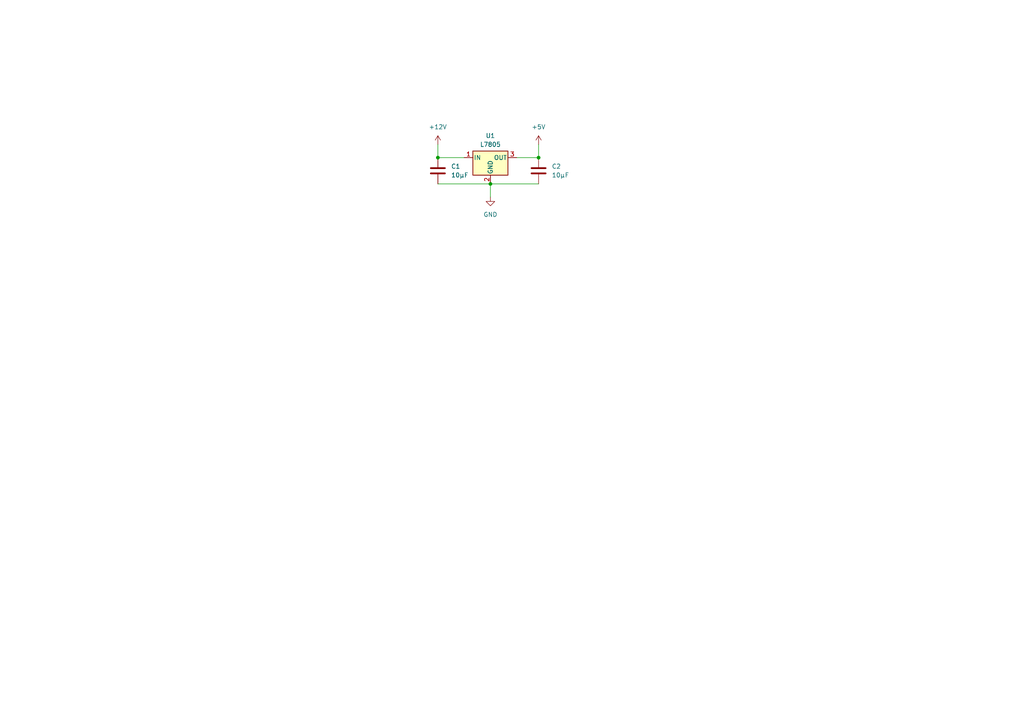
<source format=kicad_sch>
(kicad_sch (version 20230121) (generator eeschema)

  (uuid df567616-11af-4f59-b682-1d90db49b208)

  (paper "A4")

  (lib_symbols
    (symbol "Device:C" (pin_numbers hide) (pin_names (offset 0.254)) (in_bom yes) (on_board yes)
      (property "Reference" "C" (at 0.635 2.54 0)
        (effects (font (size 1.27 1.27)) (justify left))
      )
      (property "Value" "C" (at 0.635 -2.54 0)
        (effects (font (size 1.27 1.27)) (justify left))
      )
      (property "Footprint" "" (at 0.9652 -3.81 0)
        (effects (font (size 1.27 1.27)) hide)
      )
      (property "Datasheet" "~" (at 0 0 0)
        (effects (font (size 1.27 1.27)) hide)
      )
      (property "ki_keywords" "cap capacitor" (at 0 0 0)
        (effects (font (size 1.27 1.27)) hide)
      )
      (property "ki_description" "Unpolarized capacitor" (at 0 0 0)
        (effects (font (size 1.27 1.27)) hide)
      )
      (property "ki_fp_filters" "C_*" (at 0 0 0)
        (effects (font (size 1.27 1.27)) hide)
      )
      (symbol "C_0_1"
        (polyline
          (pts
            (xy -2.032 -0.762)
            (xy 2.032 -0.762)
          )
          (stroke (width 0.508) (type default))
          (fill (type none))
        )
        (polyline
          (pts
            (xy -2.032 0.762)
            (xy 2.032 0.762)
          )
          (stroke (width 0.508) (type default))
          (fill (type none))
        )
      )
      (symbol "C_1_1"
        (pin passive line (at 0 3.81 270) (length 2.794)
          (name "~" (effects (font (size 1.27 1.27))))
          (number "1" (effects (font (size 1.27 1.27))))
        )
        (pin passive line (at 0 -3.81 90) (length 2.794)
          (name "~" (effects (font (size 1.27 1.27))))
          (number "2" (effects (font (size 1.27 1.27))))
        )
      )
    )
    (symbol "Regulator_Linear:L7805" (pin_names (offset 0.254)) (in_bom yes) (on_board yes)
      (property "Reference" "U" (at -3.81 3.175 0)
        (effects (font (size 1.27 1.27)))
      )
      (property "Value" "L7805" (at 0 3.175 0)
        (effects (font (size 1.27 1.27)) (justify left))
      )
      (property "Footprint" "" (at 0.635 -3.81 0)
        (effects (font (size 1.27 1.27) italic) (justify left) hide)
      )
      (property "Datasheet" "http://www.st.com/content/ccc/resource/technical/document/datasheet/41/4f/b3/b0/12/d4/47/88/CD00000444.pdf/files/CD00000444.pdf/jcr:content/translations/en.CD00000444.pdf" (at 0 -1.27 0)
        (effects (font (size 1.27 1.27)) hide)
      )
      (property "ki_keywords" "Voltage Regulator 1.5A Positive" (at 0 0 0)
        (effects (font (size 1.27 1.27)) hide)
      )
      (property "ki_description" "Positive 1.5A 35V Linear Regulator, Fixed Output 5V, TO-220/TO-263/TO-252" (at 0 0 0)
        (effects (font (size 1.27 1.27)) hide)
      )
      (property "ki_fp_filters" "TO?252* TO?263* TO?220*" (at 0 0 0)
        (effects (font (size 1.27 1.27)) hide)
      )
      (symbol "L7805_0_1"
        (rectangle (start -5.08 1.905) (end 5.08 -5.08)
          (stroke (width 0.254) (type default))
          (fill (type background))
        )
      )
      (symbol "L7805_1_1"
        (pin power_in line (at -7.62 0 0) (length 2.54)
          (name "IN" (effects (font (size 1.27 1.27))))
          (number "1" (effects (font (size 1.27 1.27))))
        )
        (pin power_in line (at 0 -7.62 90) (length 2.54)
          (name "GND" (effects (font (size 1.27 1.27))))
          (number "2" (effects (font (size 1.27 1.27))))
        )
        (pin power_out line (at 7.62 0 180) (length 2.54)
          (name "OUT" (effects (font (size 1.27 1.27))))
          (number "3" (effects (font (size 1.27 1.27))))
        )
      )
    )
    (symbol "power:+12V" (power) (pin_names (offset 0)) (in_bom yes) (on_board yes)
      (property "Reference" "#PWR" (at 0 -3.81 0)
        (effects (font (size 1.27 1.27)) hide)
      )
      (property "Value" "+12V" (at 0 3.556 0)
        (effects (font (size 1.27 1.27)))
      )
      (property "Footprint" "" (at 0 0 0)
        (effects (font (size 1.27 1.27)) hide)
      )
      (property "Datasheet" "" (at 0 0 0)
        (effects (font (size 1.27 1.27)) hide)
      )
      (property "ki_keywords" "global power" (at 0 0 0)
        (effects (font (size 1.27 1.27)) hide)
      )
      (property "ki_description" "Power symbol creates a global label with name \"+12V\"" (at 0 0 0)
        (effects (font (size 1.27 1.27)) hide)
      )
      (symbol "+12V_0_1"
        (polyline
          (pts
            (xy -0.762 1.27)
            (xy 0 2.54)
          )
          (stroke (width 0) (type default))
          (fill (type none))
        )
        (polyline
          (pts
            (xy 0 0)
            (xy 0 2.54)
          )
          (stroke (width 0) (type default))
          (fill (type none))
        )
        (polyline
          (pts
            (xy 0 2.54)
            (xy 0.762 1.27)
          )
          (stroke (width 0) (type default))
          (fill (type none))
        )
      )
      (symbol "+12V_1_1"
        (pin power_in line (at 0 0 90) (length 0) hide
          (name "+12V" (effects (font (size 1.27 1.27))))
          (number "1" (effects (font (size 1.27 1.27))))
        )
      )
    )
    (symbol "power:+5V" (power) (pin_names (offset 0)) (in_bom yes) (on_board yes)
      (property "Reference" "#PWR" (at 0 -3.81 0)
        (effects (font (size 1.27 1.27)) hide)
      )
      (property "Value" "+5V" (at 0 3.556 0)
        (effects (font (size 1.27 1.27)))
      )
      (property "Footprint" "" (at 0 0 0)
        (effects (font (size 1.27 1.27)) hide)
      )
      (property "Datasheet" "" (at 0 0 0)
        (effects (font (size 1.27 1.27)) hide)
      )
      (property "ki_keywords" "global power" (at 0 0 0)
        (effects (font (size 1.27 1.27)) hide)
      )
      (property "ki_description" "Power symbol creates a global label with name \"+5V\"" (at 0 0 0)
        (effects (font (size 1.27 1.27)) hide)
      )
      (symbol "+5V_0_1"
        (polyline
          (pts
            (xy -0.762 1.27)
            (xy 0 2.54)
          )
          (stroke (width 0) (type default))
          (fill (type none))
        )
        (polyline
          (pts
            (xy 0 0)
            (xy 0 2.54)
          )
          (stroke (width 0) (type default))
          (fill (type none))
        )
        (polyline
          (pts
            (xy 0 2.54)
            (xy 0.762 1.27)
          )
          (stroke (width 0) (type default))
          (fill (type none))
        )
      )
      (symbol "+5V_1_1"
        (pin power_in line (at 0 0 90) (length 0) hide
          (name "+5V" (effects (font (size 1.27 1.27))))
          (number "1" (effects (font (size 1.27 1.27))))
        )
      )
    )
    (symbol "power:GND" (power) (pin_names (offset 0)) (in_bom yes) (on_board yes)
      (property "Reference" "#PWR" (at 0 -6.35 0)
        (effects (font (size 1.27 1.27)) hide)
      )
      (property "Value" "GND" (at 0 -3.81 0)
        (effects (font (size 1.27 1.27)))
      )
      (property "Footprint" "" (at 0 0 0)
        (effects (font (size 1.27 1.27)) hide)
      )
      (property "Datasheet" "" (at 0 0 0)
        (effects (font (size 1.27 1.27)) hide)
      )
      (property "ki_keywords" "global power" (at 0 0 0)
        (effects (font (size 1.27 1.27)) hide)
      )
      (property "ki_description" "Power symbol creates a global label with name \"GND\" , ground" (at 0 0 0)
        (effects (font (size 1.27 1.27)) hide)
      )
      (symbol "GND_0_1"
        (polyline
          (pts
            (xy 0 0)
            (xy 0 -1.27)
            (xy 1.27 -1.27)
            (xy 0 -2.54)
            (xy -1.27 -1.27)
            (xy 0 -1.27)
          )
          (stroke (width 0) (type default))
          (fill (type none))
        )
      )
      (symbol "GND_1_1"
        (pin power_in line (at 0 0 270) (length 0) hide
          (name "GND" (effects (font (size 1.27 1.27))))
          (number "1" (effects (font (size 1.27 1.27))))
        )
      )
    )
  )

  (junction (at 127 45.72) (diameter 0) (color 0 0 0 0)
    (uuid 03412b52-a166-4691-a213-a5c3114cb422)
  )
  (junction (at 142.24 53.34) (diameter 0) (color 0 0 0 0)
    (uuid 67385e3a-e63f-48ae-a7a8-2eed605aadb0)
  )
  (junction (at 156.21 45.72) (diameter 0) (color 0 0 0 0)
    (uuid d0a3dc58-4f60-45af-a225-45eb72120396)
  )

  (wire (pts (xy 142.24 53.34) (xy 156.21 53.34))
    (stroke (width 0) (type default))
    (uuid 3a49697a-38cb-4331-9d9a-0aab7f3d69db)
  )
  (wire (pts (xy 127 41.91) (xy 127 45.72))
    (stroke (width 0) (type default))
    (uuid 482ffcde-e4fb-4279-ac98-ecfa3f282b88)
  )
  (wire (pts (xy 149.86 45.72) (xy 156.21 45.72))
    (stroke (width 0) (type default))
    (uuid 6b6ff502-de54-45a0-9906-2973ec2a3da4)
  )
  (wire (pts (xy 127 45.72) (xy 134.62 45.72))
    (stroke (width 0) (type default))
    (uuid a113776e-815f-4258-9613-40e5a67edf1e)
  )
  (wire (pts (xy 156.21 41.91) (xy 156.21 45.72))
    (stroke (width 0) (type default))
    (uuid bd71dd1f-c688-483c-8c91-ad441f03941b)
  )
  (wire (pts (xy 127 53.34) (xy 142.24 53.34))
    (stroke (width 0) (type default))
    (uuid c07628ad-a184-4644-b32a-d2a42ad5a374)
  )
  (wire (pts (xy 142.24 57.15) (xy 142.24 53.34))
    (stroke (width 0) (type default))
    (uuid efcc65b7-a4cb-409c-84ed-23770f02a8e7)
  )

  (symbol (lib_id "power:+5V") (at 156.21 41.91 0) (unit 1)
    (in_bom yes) (on_board yes) (dnp no) (fields_autoplaced)
    (uuid 360326d9-bcae-402a-bb68-d1023e4f38a3)
    (property "Reference" "#PWR016" (at 156.21 45.72 0)
      (effects (font (size 1.27 1.27)) hide)
    )
    (property "Value" "+5V" (at 156.21 36.83 0)
      (effects (font (size 1.27 1.27)))
    )
    (property "Footprint" "" (at 156.21 41.91 0)
      (effects (font (size 1.27 1.27)) hide)
    )
    (property "Datasheet" "" (at 156.21 41.91 0)
      (effects (font (size 1.27 1.27)) hide)
    )
    (pin "1" (uuid 1e02d743-723b-407b-bd4b-8e15fa50cfe2))
    (instances
      (project "PDMduino"
        (path "/79db51bf-0c70-4754-82e7-36daa7f915c0/b93533b8-a898-40f5-9082-4f7273687b9a"
          (reference "#PWR016") (unit 1)
        )
      )
    )
  )

  (symbol (lib_id "Device:C") (at 156.21 49.53 0) (unit 1)
    (in_bom yes) (on_board yes) (dnp no) (fields_autoplaced)
    (uuid 3dc273bb-8535-463a-9ad9-9294266bf675)
    (property "Reference" "C2" (at 160.02 48.26 0)
      (effects (font (size 1.27 1.27)) (justify left))
    )
    (property "Value" "10µF" (at 160.02 50.8 0)
      (effects (font (size 1.27 1.27)) (justify left))
    )
    (property "Footprint" "Capacitor_THT:CP_Radial_D4.0mm_P1.50mm" (at 157.1752 53.34 0)
      (effects (font (size 1.27 1.27)) hide)
    )
    (property "Datasheet" "~" (at 156.21 49.53 0)
      (effects (font (size 1.27 1.27)) hide)
    )
    (pin "2" (uuid 97e23b2f-282c-48b9-990f-a904f003c0af))
    (pin "1" (uuid 63e357c3-2edc-4de8-9b5c-058747b2ff49))
    (instances
      (project "PDMduino"
        (path "/79db51bf-0c70-4754-82e7-36daa7f915c0/b93533b8-a898-40f5-9082-4f7273687b9a"
          (reference "C2") (unit 1)
        )
      )
    )
  )

  (symbol (lib_id "Device:C") (at 127 49.53 0) (unit 1)
    (in_bom yes) (on_board yes) (dnp no) (fields_autoplaced)
    (uuid a2058df6-7ec6-4b6c-ba67-88fb4a421c4b)
    (property "Reference" "C1" (at 130.81 48.26 0)
      (effects (font (size 1.27 1.27)) (justify left))
    )
    (property "Value" "10µF" (at 130.81 50.8 0)
      (effects (font (size 1.27 1.27)) (justify left))
    )
    (property "Footprint" "Capacitor_THT:CP_Radial_D4.0mm_P1.50mm" (at 127.9652 53.34 0)
      (effects (font (size 1.27 1.27)) hide)
    )
    (property "Datasheet" "~" (at 127 49.53 0)
      (effects (font (size 1.27 1.27)) hide)
    )
    (pin "2" (uuid 3742819a-8d3b-4d2f-9d09-942911ca11c3))
    (pin "1" (uuid 5a6d9ce2-fd6c-4357-80e3-321d85ff2f6b))
    (instances
      (project "PDMduino"
        (path "/79db51bf-0c70-4754-82e7-36daa7f915c0/b93533b8-a898-40f5-9082-4f7273687b9a"
          (reference "C1") (unit 1)
        )
      )
    )
  )

  (symbol (lib_id "power:GND") (at 142.24 57.15 0) (unit 1)
    (in_bom yes) (on_board yes) (dnp no) (fields_autoplaced)
    (uuid a806f81a-e1b0-4771-8d2b-5961cd09f883)
    (property "Reference" "#PWR05" (at 142.24 63.5 0)
      (effects (font (size 1.27 1.27)) hide)
    )
    (property "Value" "GND" (at 142.24 62.23 0)
      (effects (font (size 1.27 1.27)))
    )
    (property "Footprint" "" (at 142.24 57.15 0)
      (effects (font (size 1.27 1.27)) hide)
    )
    (property "Datasheet" "" (at 142.24 57.15 0)
      (effects (font (size 1.27 1.27)) hide)
    )
    (pin "1" (uuid e29462a9-bb29-4359-ba83-72b37c7e5a67))
    (instances
      (project "PDMduino"
        (path "/79db51bf-0c70-4754-82e7-36daa7f915c0/b93533b8-a898-40f5-9082-4f7273687b9a"
          (reference "#PWR05") (unit 1)
        )
      )
    )
  )

  (symbol (lib_id "Regulator_Linear:L7805") (at 142.24 45.72 0) (unit 1)
    (in_bom yes) (on_board yes) (dnp no) (fields_autoplaced)
    (uuid dbd5d98a-e734-40af-8807-ad7d3d8fe8bb)
    (property "Reference" "U1" (at 142.24 39.37 0)
      (effects (font (size 1.27 1.27)))
    )
    (property "Value" "L7805" (at 142.24 41.91 0)
      (effects (font (size 1.27 1.27)))
    )
    (property "Footprint" "Package_TO_SOT_THT:TO-220-3_Vertical" (at 142.875 49.53 0)
      (effects (font (size 1.27 1.27) italic) (justify left) hide)
    )
    (property "Datasheet" "http://www.st.com/content/ccc/resource/technical/document/datasheet/41/4f/b3/b0/12/d4/47/88/CD00000444.pdf/files/CD00000444.pdf/jcr:content/translations/en.CD00000444.pdf" (at 142.24 46.99 0)
      (effects (font (size 1.27 1.27)) hide)
    )
    (pin "1" (uuid 59fabb18-fc96-41eb-aae5-1448177b9635))
    (pin "3" (uuid 47133157-e2b5-4976-917c-16e53da9b7e2))
    (pin "2" (uuid 89bac909-6728-4713-8025-742c0d8bea81))
    (instances
      (project "PDMduino"
        (path "/79db51bf-0c70-4754-82e7-36daa7f915c0/b93533b8-a898-40f5-9082-4f7273687b9a"
          (reference "U1") (unit 1)
        )
      )
    )
  )

  (symbol (lib_id "power:+12V") (at 127 41.91 0) (unit 1)
    (in_bom yes) (on_board yes) (dnp no) (fields_autoplaced)
    (uuid e953cefa-7e41-4908-aeef-41b5a92a98da)
    (property "Reference" "#PWR04" (at 127 45.72 0)
      (effects (font (size 1.27 1.27)) hide)
    )
    (property "Value" "+12V" (at 127 36.83 0)
      (effects (font (size 1.27 1.27)))
    )
    (property "Footprint" "" (at 127 41.91 0)
      (effects (font (size 1.27 1.27)) hide)
    )
    (property "Datasheet" "" (at 127 41.91 0)
      (effects (font (size 1.27 1.27)) hide)
    )
    (pin "1" (uuid 96b8d67d-df83-45f9-9c3b-a62f62fa40ba))
    (instances
      (project "PDMduino"
        (path "/79db51bf-0c70-4754-82e7-36daa7f915c0/b93533b8-a898-40f5-9082-4f7273687b9a"
          (reference "#PWR04") (unit 1)
        )
      )
    )
  )
)

</source>
